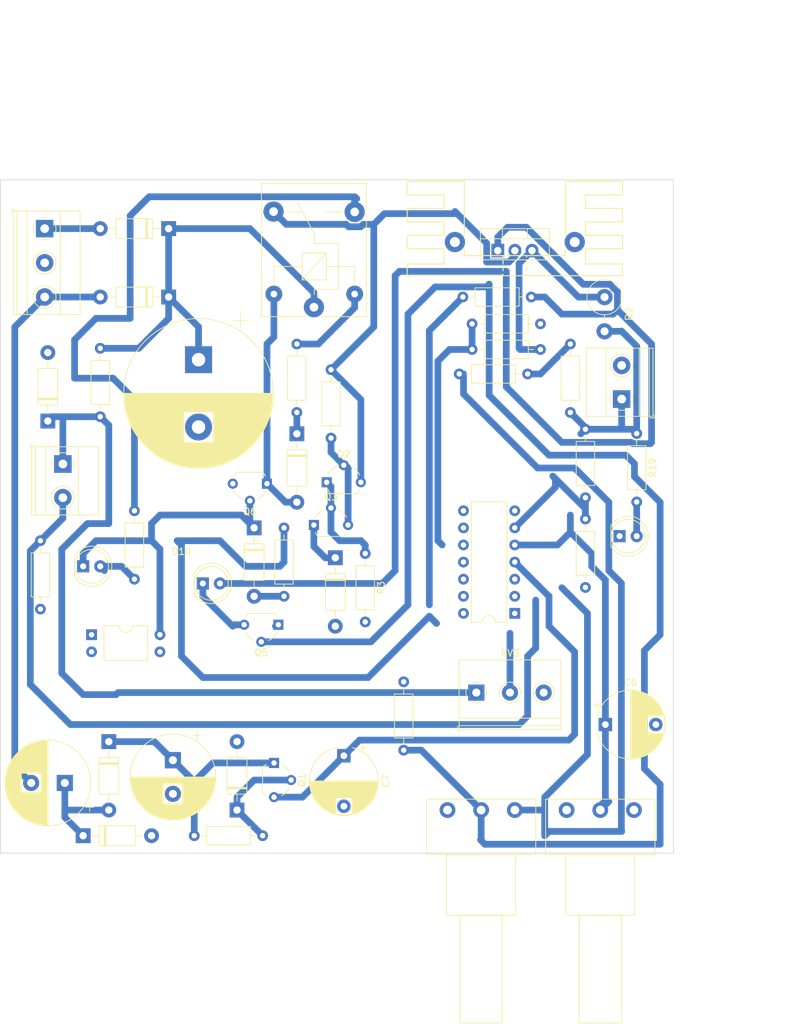
<source format=kicad_pcb>
(kicad_pcb (version 20221018) (generator pcbnew)
  (layers (0 "F.Cu" signal) (31 "B.Cu" signal) (34 "B.Paste" user) (35 "F.Paste" user) (36 "B.SilkS" user "B.Silkscreen") (37 "F.SilkS" user "F.Silkscreen") (38 "B.Mask" user) (39 "F.Mask" user) (44 "Edge.Cuts" user))
  (net 0 "")
  (net 1 "V_ret")
  (net 2 "GND")
  (net 3 "Net-(D3-A)")
  (net 4 "V_in")
  (net 5 "Net-(D3-K)")
  (net 6 "VCC")
  (net 7 "Net-(D1-A)")
  (net 8 "Net-(D5-K)")
  (net 9 "Net-(D6-K)")
  (net 10 "Net-(D7-K)")
  (net 11 "Net-(D7-A)")
  (net 12 "Net-(D8-A)")
  (net 13 "Net-(D9-K)")
  (net 14 "Net-(Q2-C)")
  (net 15 "Net-(Q2-B)")
  (net 16 "Net-(Q2-E)")
  (net 17 "Net-(Q4-S)")
  (net 18 "Net-(Q5-G)")
  (net 19 "Net-(J3-Pin_1)")
  (net 20 "Net-(U1A-+)")
  (net 21 "Net-(U1A--)")
  (net 22 "V_ref")
  (net 23 "Net-(R11-Pad1)")
  (net 24 "Net-(R9-Pad2)")
  (net 25 "Net-(D11-K)")
  (net 26 "Net-(U1B--)")
  (net 27 "Net-(U1C--)")
  (net 28 "Net-(D10-A)")
  (net 29 "Net-(D10-K)")
  (net 30 "Net-(D12-A)")
  (net 31 "NO")
  (net 32 "Net-(J4-Pin_2)")
  (net 33 "Net-(K1-Pad2)")
  (net 34 "Net-(R16-Pad1)")
  (net 35 "Net-(D11-A)")
  (net 38 "Net-(U1D--)")
  (footprint "Capacitor_THT:CP_Radial_D10.0mm_P7.50mm" (layer "F.Cu") (at 66.04 93.537323 -90)
    (fp_text reference "C7" (at 3.75 -6.25 90) (layer "F.SilkS"))
    (fp_text value "100n")
    (pad "1" thru_hole rect (at 0 0 270) (size 2 2) (drill 1) (layers "*.Cu" "*.Mask") (net 6 "VCC"))
    (pad "2" thru_hole circle (at 7.5 0 270) (size 2 2) (drill 1) (layers "*.Cu" "*.Mask") (net 2 "GND"))
  )
  (footprint "Diode_THT:D_DO-41_SOD81_P10.16mm_Horizontal" (layer "F.Cu") (at 40.005 25.4 180)
    (fp_text reference "D2" hide)
    (fp_text value "1N4007" hide)
    (pad "1" thru_hole rect (at 0 0 180) (size 2.2 2.2) (drill 1.1) (layers "*.Cu" "*.Mask") (net 1 "V_ret"))
    (pad "2" thru_hole oval (at 10.16 0 180) (size 2.2 2.2) (drill 1.1) (layers "*.Cu" "*.Mask") (net 4 "V_in"))
  )
  (footprint "Package_TO_SOT_THT:TO-92L_Wide" (layer "F.Cu") (at 56.31 74.08 180)
    (fp_text reference "Q5" (at 2.55 -4.15) (layer "F.SilkS"))
    (fp_text value "2N7000")
    (pad "1" thru_hole rect (at 0 0 180) (size 1.5 1.5) (drill 0.8) (layers "*.Cu" "*.Mask") (net 2 "GND"))
    (pad "2" thru_hole circle (at 2.54 -2.54 180) (size 1.5 1.5) (drill 0.8) (layers "*.Cu" "*.Mask") (net 18 "Net-(Q5-G)"))
    (pad "3" thru_hole circle (at 5.08 0 180) (size 1.5 1.5) (drill 0.8) (layers "*.Cu" "*.Mask") (net 29 "Net-(D10-K)"))
  )
  (footprint "Diode_THT:D_DO-41_SOD81_P10.16mm_Horizontal" (layer "F.Cu") (at 31.115 91.44 -90)
    (fp_text reference "D3" hide)
    (fp_text value "1N4007" hide)
    (pad "1" thru_hole rect (at 0 0 270) (size 2.2 2.2) (drill 1.1) (layers "*.Cu" "*.Mask") (net 5 "Net-(D3-K)"))
    (pad "2" thru_hole oval (at 10.16 0 270) (size 2.2 2.2) (drill 1.1) (layers "*.Cu" "*.Mask") (net 3 "Net-(D3-A)"))
  )
  (footprint "Resistor_THT:R_Axial_DIN0207_L6.3mm_D2.5mm_P10.16mm_Horizontal" (layer "F.Cu") (at 43.815 105.41)
    (fp_text reference "R1" hide)
    (fp_text value "1k")
    (pad "1" thru_hole circle (at 0 0) (size 1.6 1.6) (drill 0.8) (layers "*.Cu" "*.Mask") (net 5 "Net-(D3-K)"))
    (pad "2" thru_hole oval (at 10.16 0) (size 1.6 1.6) (drill 0.8) (layers "*.Cu" "*.Mask") (net 8 "Net-(D5-K)"))
  )
  (footprint "Resistor_THT:R_Axial_DIN0207_L6.3mm_D2.5mm_P10.16mm_Horizontal" (layer "F.Cu") (at 59.055 42.545 90)
    (fp_text reference "R17" hide)
    (fp_text value "R" hide)
    (pad "1" thru_hole circle (at 0 0 90) (size 1.6 1.6) (drill 0.8) (layers "*.Cu" "*.Mask") (net 10 "Net-(D7-K)"))
    (pad "2" thru_hole oval (at 10.16 0 90) (size 1.6 1.6) (drill 0.8) (layers "*.Cu" "*.Mask") (net 33 "Net-(K1-Pad2)"))
  )
  (footprint "Package_TO_SOT_THT:TO-92L_Wide" (layer "F.Cu") (at 61.585 59.27)
    (fp_text reference "Q3" (at 2.55 -4.15) (layer "F.SilkS"))
    (fp_text value "BC556")
    (pad "1" thru_hole rect (at 0 0) (size 1.5 1.5) (drill 0.8) (layers "*.Cu" "*.Mask") (net 9 "Net-(D6-K)"))
    (pad "2" thru_hole circle (at 2.54 -2.54) (size 1.5 1.5) (drill 0.8) (layers "*.Cu" "*.Mask") (net 14 "Net-(Q2-C)"))
    (pad "3" thru_hole circle (at 5.08 0) (size 1.5 1.5) (drill 0.8) (layers "*.Cu" "*.Mask") (net 15 "Net-(Q2-B)"))
  )
  (footprint "Resistor_THT:R_Axial_DIN0207_L6.3mm_D2.5mm_P10.16mm_Horizontal" (layer "F.Cu") (at 109.55 45.68 -90)
    (fp_text reference "R19" (at 5.08 -2.37 90) (layer "F.SilkS"))
    (fp_text value "R" hide)
    (pad "1" thru_hole circle (at 0 0 270) (size 1.6 1.6) (drill 0.8) (layers "*.Cu" "*.Mask") (net 19 "Net-(J3-Pin_1)"))
    (pad "2" thru_hole oval (at 10.16 0 270) (size 1.6 1.6) (drill 0.8) (layers "*.Cu" "*.Mask") (net 30 "Net-(D12-A)"))
  )
  (footprint "Resistor_THT:R_Axial_DIN0207_L6.3mm_D2.5mm_P10.16mm_Horizontal" (layer "F.Cu") (at 99.695 42.545 90)
    (fp_text reference "R7" hide)
    (fp_text value "R" hide)
    (pad "1" thru_hole circle (at 0 0 90) (size 1.6 1.6) (drill 0.8) (layers "*.Cu" "*.Mask") (net 19 "Net-(J3-Pin_1)"))
    (pad "2" thru_hole oval (at 10.16 0 90) (size 1.6 1.6) (drill 0.8) (layers "*.Cu" "*.Mask") (net 21 "Net-(U1A--)"))
  )
  (footprint "Potentiometer_THT:Potentiometer_Piher_PC-16_Single_Horizontal" (layer "F.Cu") (at 99.14 101.6 -90)
    (fp_text reference "RV1" hide)
    (fp_text value "R_Potentiometer" hide)
    (pad "1" thru_hole circle (at 0 0 270) (size 2.34 2.34) (drill 1.3) (layers "*.Cu" "*.Mask") (net 9 "Net-(D6-K)"))
    (pad "2" thru_hole circle (at 0 -5 270) (size 2.34 2.34) (drill 1.3) (layers "*.Cu" "*.Mask") (net 22 "V_ref"))
    (pad "3" thru_hole circle (at 0 -10 270) (size 2.34 2.34) (drill 1.3) (layers "*.Cu" "*.Mask") (net 2 "GND"))
  )
  (footprint "Capacitor_THT:CP_Radial_D12.5mm_P5.00mm" (layer "F.Cu") (at 40.64 94.196041 -90)
    (fp_text reference "C3" hide)
    (fp_text value "330u" hide)
    (pad "1" thru_hole rect (at 0 0 270) (size 2.4 2.4) (drill 1.2) (layers "*.Cu" "*.Mask") (net 5 "Net-(D3-K)"))
    (pad "2" thru_hole circle (at 5 0 270) (size 2.4 2.4) (drill 1.2) (layers "*.Cu" "*.Mask") (net 2 "GND"))
  )
  (footprint "Resistor_THT:R_Axial_DIN0207_L6.3mm_D2.5mm_P10.16mm_Horizontal" (layer "F.Cu") (at 57.15 59.69 -90)
    (fp_text reference "R16" hide)
    (fp_text value "R" hide)
    (pad "1" thru_hole circle (at 0 0 270) (size 1.6 1.6) (drill 0.8) (layers "*.Cu" "*.Mask") (net 34 "Net-(R16-Pad1)"))
    (pad "2" thru_hole oval (at 10.16 0 270) (size 1.6 1.6) (drill 0.8) (layers "*.Cu" "*.Mask") (net 12 "Net-(D8-A)"))
  )
  (footprint "Package_DIP:DIP-14_W7.62mm" (layer "F.Cu") (at 91.43 72.39 180)
    (fp_text reference "U1" hide)
    (fp_text value "LM324" hide)
    (pad "1" thru_hole rect (at 0 0 180) (size 1.6 1.6) (drill 0.8) (layers "*.Cu" "*.Mask") (net 24 "Net-(R9-Pad2)"))
    (pad "2" thru_hole oval (at 0 2.54 180) (size 1.6 1.6) (drill 0.8) (layers "*.Cu" "*.Mask") (net 21 "Net-(U1A--)"))
    (pad "3" thru_hole oval (at 0 5.08 180) (size 1.6 1.6) (drill 0.8) (layers "*.Cu" "*.Mask") (net 20 "Net-(U1A-+)"))
    (pad "4" thru_hole oval (at 0 7.62 180) (size 1.6 1.6) (drill 0.8) (layers "*.Cu" "*.Mask") (net 6 "VCC"))
    (pad "5" thru_hole oval (at 0 10.16 180) (size 1.6 1.6) (drill 0.8) (layers "*.Cu" "*.Mask") (net 22 "V_ref"))
    (pad "6" thru_hole oval (at 0 12.7 180) (size 1.6 1.6) (drill 0.8) (layers "*.Cu" "*.Mask") (net 26 "Net-(U1B--)"))
    (pad "7" thru_hole oval (at 0 15.24 180) (size 1.6 1.6) (drill 0.8) (layers "*.Cu" "*.Mask") (net 23 "Net-(R11-Pad1)"))
    (pad "8" thru_hole oval (at 7.62 15.24 180) (size 1.6 1.6) (drill 0.8) (layers "*.Cu" "*.Mask") (net 34 "Net-(R16-Pad1)"))
    (pad "9" thru_hole oval (at 7.62 12.7 180) (size 1.6 1.6) (drill 0.8) (layers "*.Cu" "*.Mask") (net 27 "Net-(U1C--)"))
    (pad "10" thru_hole oval (at 7.62 10.16 180) (size 1.6 1.6) (drill 0.8) (layers "*.Cu" "*.Mask") (net 32 "Net-(J4-Pin_2)"))
    (pad "11" thru_hole oval (at 7.62 7.62 180) (size 1.6 1.6) (drill 0.8) (layers "*.Cu" "*.Mask") (net 2 "GND"))
    (pad "12" thru_hole oval (at 7.62 5.08 180) (size 1.6 1.6) (drill 0.8) (layers "*.Cu" "*.Mask") (net 2 "GND"))
    (pad "13" thru_hole oval (at 7.62 2.54 180) (size 1.6 1.6) (drill 0.8) (layers "*.Cu" "*.Mask") (net 38 "Net-(U1D--)"))
    (pad "14" thru_hole oval (at 7.62 0 180) (size 1.6 1.6) (drill 0.8) (layers "*.Cu" "*.Mask") (net 38 "Net-(U1D--)"))
  )
  (footprint "Resistor_THT:R_Axial_DIN0516_L15.5mm_D5.0mm_P5.08mm_Vertical" (layer "F.Cu") (at 104.775 25.415 -90)
    (fp_text reference "R2" (at 2.54 -3.62 90) (layer "F.SilkS"))
    (fp_text value "R_Small" hide)
    (pad "1" thru_hole circle (at 0 0 270) (size 2.4 2.4) (drill 1.2) (layers "*.Cu" "*.Mask") (net 17 "Net-(Q4-S)"))
    (pad "2" thru_hole oval (at 5.08 0 270) (size 2.4 2.4) (drill 1.2) (layers "*.Cu" "*.Mask") (net 19 "Net-(J3-Pin_1)"))
  )
  (footprint "Resistor_THT:R_Axial_DIN0207_L6.3mm_D2.5mm_P10.16mm_Horizontal" (layer "F.Cu") (at 34.925 57.15 -90)
    (fp_text reference "R4" hide)
    (fp_text value "R" hide)
    (pad "1" thru_hole circle (at 0 0 270) (size 1.6 1.6) (drill 0.8) (layers "*.Cu" "*.Mask") (net 31 "NO"))
    (pad "2" thru_hole oval (at 10.16 0 270) (size 1.6 1.6) (drill 0.8) (layers "*.Cu" "*.Mask") (net 35 "Net-(D11-A)"))
  )
  (footprint "Resistor_THT:R_Axial_DIN0207_L6.3mm_D2.5mm_P10.16mm_Horizontal" (layer "F.Cu") (at 74.93 92.71 90)
    (fp_text reference "R10" hide)
    (fp_text value "R" hide)
    (pad "1" thru_hole circle (at 0 0 90) (size 1.6 1.6) (drill 0.8) (layers "*.Cu" "*.Mask") (net 18 "Net-(Q5-G)"))
    (pad "2" thru_hole oval (at 10.16 0 90) (size 1.6 1.6) (drill 0.8) (layers "*.Cu" "*.Mask") (net 2 "GND"))
  )
  (footprint "TerminalBlock_Phoenix:TerminalBlock_Phoenix_MKDS-1,5-2_1x02_P5.00mm_Horizontal" (layer "F.Cu") (at 24.29 50.205 -90)
    (fp_text reference "J4" hide)
    (fp_text value "Screw_Terminal_01x02" hide)
    (pad "1" thru_hole rect (at 0 0 270) (size 2.6 2.6) (drill 1.3) (layers "*.Cu" "*.Mask") (net 13 "Net-(D9-K)"))
    (pad "2" thru_hole circle (at 5 0 270) (size 2.6 2.6) (drill 1.3) (layers "*.Cu" "*.Mask") (net 32 "Net-(J4-Pin_2)"))
  )
  (footprint "Diode_THT:D_DO-41_SOD81_P10.16mm_Horizontal" (layer "F.Cu") (at 22.055 43.815 90)
    (fp_text reference "D9" hide)
    (fp_text value "1N53xxB" hide)
    (pad "1" thru_hole rect (at 0 0 90) (size 2.2 2.2) (drill 1.1) (layers "*.Cu" "*.Mask") (net 13 "Net-(D9-K)"))
    (pad "2" thru_hole oval (at 10.16 0 90) (size 2.2 2.2) (drill 1.1) (layers "*.Cu" "*.Mask") (net 2 "GND"))
  )
  (footprint "Resistor_THT:R_Axial_DIN0207_L6.3mm_D2.5mm_P10.16mm_Horizontal" (layer "F.Cu") (at 20.955 61.595 -90)
    (fp_text reference "R13" hide)
    (fp_text value "R" hide)
    (pad "1" thru_hole circle (at 0 0 270) (size 1.6 1.6) (drill 0.8) (layers "*.Cu" "*.Mask") (net 32 "Net-(J4-Pin_2)"))
    (pad "2" thru_hole oval (at 10.16 0 270) (size 1.6 1.6) (drill 0.8) (layers "*.Cu" "*.Mask") (net 2 "GND"))
  )
  (footprint "Capacitor_THT:CP_Radial_D22.0mm_P10.00mm_SnapIn" (layer "F.Cu") (at 44.45 34.712169 -90)
    (fp_text reference "C1" hide)
    (fp_text value "C_Polarized" hide)
    (pad "1" thru_hole rect (at 0 0 270) (size 4 4) (drill 2) (layers "*.Cu" "*.Mask") (net 1 "V_ret"))
    (pad "2" thru_hole circle (at 10 0 270) (size 4 4) (drill 2) (layers "*.Cu" "*.Mask") (net 2 "GND"))
  )
  (footprint "Capacitor_THT:CP_Radial_D12.5mm_P5.00mm" (layer "F.Cu") (at 24.5825 97.5725 180)
    (fp_text reference "C2" hide)
    (fp_text value "330u" hide)
    (pad "1" thru_hole rect (at 0 0 180) (size 2.4 2.4) (drill 1.2) (layers "*.Cu" "*.Mask") (net 3 "Net-(D3-A)"))
    (pad "2" thru_hole circle (at 5 0 180) (size 2.4 2.4) (drill 1.2) (layers "*.Cu" "*.Mask") (net 4 "V_in"))
  )
  (footprint "Diode_THT:D_DO-41_SOD81_P10.16mm_Horizontal" (layer "F.Cu") (at 59.055 45.72 -90)
    (fp_text reference "D7" hide)
    (fp_text value "1N4007" hide)
    (pad "1" thru_hole rect (at 0 0 270) (size 2.2 2.2) (drill 1.1) (layers "*.Cu" "*.Mask") (net 10 "Net-(D7-K)"))
    (pad "2" thru_hole oval (at 10.16 0 270) (size 2.2 2.2) (drill 1.1) (layers "*.Cu" "*.Mask") (net 11 "Net-(D7-A)"))
  )
  (footprint "Resistor_THT:R_Axial_DIN0207_L6.3mm_D2.5mm_P10.16mm_Horizontal" (layer "F.Cu") (at 69.215 63.5 -90)
    (fp_text reference "R3" (at 5.08 -2.37 90) (layer "F.SilkS"))
    (fp_text value "R")
    (pad "1" thru_hole circle (at 0 0 270) (size 1.6 1.6) (drill 0.8) (layers "*.Cu" "*.Mask") (net 14 "Net-(Q2-C)"))
    (pad "2" thru_hole oval (at 10.16 0 270) (size 1.6 1.6) (drill 0.8) (layers "*.Cu" "*.Mask") (net 2 "GND"))
  )
  (footprint "Diode_THT:D_DO-41_SOD81_P10.16mm_Horizontal" (layer "F.Cu") (at 64.77 64.135 -90)
    (fp_text reference "D6" hide)
    (fp_text value "1N53xxB" hide)
    (pad "1" thru_hole rect (at 0 0 270) (size 2.2 2.2) (drill 1.1) (layers "*.Cu" "*.Mask") (net 9 "Net-(D6-K)"))
    (pad "2" thru_hole oval (at 10.16 0 270) (size 2.2 2.2) (drill 1.1) (layers "*.Cu" "*.Mask") (net 2 "GND"))
  )
  (footprint "Resistor_THT:R_Axial_DIN0207_L6.3mm_D2.5mm_P10.16mm_Horizontal" (layer "F.Cu") (at 101.93 45.045 -90)
    (fp_text reference "R12" hide)
    (fp_text value "R" hide)
    (pad "1" thru_hole circle (at 0 0 270) (size 1.6 1.6) (drill 0.8) (layers "*.Cu" "*.Mask") (net 19 "Net-(J3-Pin_1)"))
    (pad "2" thru_hole oval (at 10.16 0 270) (size 1.6 1.6) (drill 0.8) (layers "*.Cu" "*.Mask") (net 26 "Net-(U1B--)"))
  )
  (footprint "LED_THT:LED_D5.0mm" (layer "F.Cu") (at 27.305 65.405)
    (fp_text reference "D11" hide)
    (fp_text value "LED")
    (pad "1" thru_hole rect (at 0 0) (size 1.8 1.8) (drill 0.9) (layers "*.Cu" "*.Mask") (net 25 "Net-(D11-K)"))
    (pad "2" thru_hole circle (at 2.54 0) (size 1.8 1.8) (drill 0.9) (layers "*.Cu" "*.Mask") (net 35 "Net-(D11-A)"))
  )
  (footprint "Resistor_THT:R_Axial_DIN0207_L6.3mm_D2.5mm_P10.16mm_Horizontal" (layer "F.Cu") (at 83.725 25.4)
    (fp_text reference "R11" hide)
    (fp_text value "R" hide)
    (pad "1" thru_hole circle (at 0 0) (size 1.6 1.6) (drill 0.8) (layers "*.Cu" "*.Mask") (net 23 "Net-(R11-Pad1)"))
    (pad "2" thru_hole oval (at 10.16 0) (size 1.6 1.6) (drill 0.8) (layers "*.Cu" "*.Mask") (net 28 "Net-(D10-A)"))
  )
  (footprint "TerminalBlock_Phoenix:TerminalBlock_Phoenix_MKDS-1,5-3-5.08_1x03_P5.08mm_Horizontal" (layer "F.Cu") (at 21.59 15.24 -90)
    (fp_text reference "J1" hide)
    (fp_text value "Screw_Terminal_01x03" hide)
    (pad "1" thru_hole rect (at 0 0 270) (size 2.6 2.6) (drill 1.3) (layers "*.Cu" "*.Mask") (net 7 "Net-(D1-A)"))
    (pad "2" thru_hole circle (at 5.08 0 270) (size 2.6 2.6) (drill 1.3) (layers "*.Cu" "*.Mask") (net 2 "GND"))
    (pad "3" thru_hole circle (at 10.16 0 270) (size 2.6 2.6) (drill 1.3) (layers "*.Cu" "*.Mask") (net 4 "V_in"))
  )
  (footprint "Package_DIP:DIP-4_W10.16mm" (layer "F.Cu") (at 28.555 75.56)
    (fp_text reference "J2" hide)
    (fp_text value "Conn_02x02_Top_Bottom")
    (pad "1" thru_hole rect (at 0 0) (size 1.6 1.6) (drill 0.8) (layers "*.Cu" "*.Mask"))
    (pad "2" thru_hole oval (at 0 2.54) (size 1.6 1.6) (drill 0.8) (layers "*.Cu" "*.Mask") (net 2 "GND"))
    (pad "3" thru_hole oval (at 10.16 2.54) (size 1.6 1.6) (drill 0.8) (layers "*.Cu" "*.Mask"))
    (pad "4" thru_hole oval (at 10.16 0) (size 1.6 1.6) (drill 0.8) (layers "*.Cu" "*.Mask") (net 25 "Net-(D11-K)"))
  )
  (footprint "Diode_THT:D_DO-41_SOD81_P10.16mm_Horizontal" (layer "F.Cu") (at 52.705 59.69 -90)
    (fp_text reference "D8" hide)
    (fp_text value "1N4007" hide)
    (pad "1" thru_hole rect (at 0 0 270) (size 2.2 2.2) (drill 1.1) (layers "*.Cu" "*.Mask") (net 25 "Net-(D11-K)"))
    (pad "2" thru_hole oval (at 10.16 0 270) (size 2.2 2.2) (drill 1.1) (layers "*.Cu" "*.Mask") (net 12 "Net-(D8-A)"))
  )
  (footprint "LED_THT:LED_D5.0mm" (layer "F.Cu") (at 45.085 67.945)
    (fp_text reference "D10" (at -3.175 -4.745) (layer "F.SilkS"))
    (fp_text value "LED" hide)
    (pad "1" thru_hole rect (at 0 0) (size 1.8 1.8) (drill 0.9) (layers "*.Cu" "*.Mask") (net 29 "Net-(D10-K)"))
    (pad "2" thru_hole circle (at 2.54 0) (size 1.8 1.8) (drill 0.9) (layers "*.Cu" "*.Mask") (net 28 "Net-(D10-A)"))
  )
  (footprint "Resistor_THT:R_Axial_DIN0207_L6.3mm_D2.5mm_P10.16mm_Horizontal" (layer "F.Cu") (at 85.09 29.385)
    (fp_text reference "R8" hide)
    (fp_text value "R" hide)
    (pad "1" thru_hole circle (at 0 0) (size 1.6 1.6) (drill 0.8) (layers "*.Cu" "*.Mask") (net 20 "Net-(U1A-+)"))
    (pad "2" thru_hole oval (at 10.16 0) (size 1.6 1.6) (drill 0.8) (layers "*.Cu" "*.Mask") (net 2 "GND"))
  )
  (footprint "Package_TO_SOT_THT:TO-220-3_Vertical" (layer "F.Cu") (at 88.91 18.51)
    (fp_text reference "Q4" hide)
    (fp_text value "IRF540N" hide)
    (pad "1" thru_hole rect (at 0 0) (size 1.905 2) (drill 1.1) (layers "*.Cu" "*.Mask") (net 28 "Net-(D10-A)"))
    (pad "2" thru_hole oval (at 2.54 0) (size 1.905 2) (drill 1.1) (layers "*.Cu" "*.Mask") (net 16 "Net-(Q2-E)"))
    (pad "3" thru_hole oval (at 5.08 0) (size 1.905 2) (drill 1.1) (layers "*.Cu" "*.Mask") (net 17 "Net-(Q4-S)"))
  )
  (footprint "Resistor_THT:R_Axial_DIN0207_L6.3mm_D2.5mm_P10.16mm_Horizontal" (layer "F.Cu") (at 64.135 36.195 -90)
    (fp_text reference "R5" hide)
    (fp_text value "R" hide)
    (pad "1" thru_hole circle (at 0 0 270) (size 1.6 1.6) (drill 0.8) (layers "*.Cu" "*.Mask") (net 16 "Net-(Q2-E)"))
    (pad "2" thru_hole oval (at 10.16 0 270) (size 1.6 1.6) (drill 0.8) (layers "*.Cu" "*.Mask") (net 15 "Net-(Q2-B)"))
  )
  (footprint "LED_THT:LED_D5.0mm" (layer "F.Cu") (at 107.01 60.92)
    (fp_text reference "D12" hide)
    (fp_text value "LED" hide)
    (pad "1" thru_hole rect (at 0 0) (size 1.8 1.8) (drill 0.9) (layers "*.Cu" "*.Mask") (net 2 "GND"))
    (pad "2" thru_hole circle (at 2.54 0) (size 1.8 1.8) (drill 0.9) (layers "*.Cu" "*.Mask") (net 30 "Net-(D12-A)"))
  )
  (footprint "Package_TO_SOT_THT:TO-92L_Wide" (layer "F.Cu") (at 63.49 52.92)
    (fp_text reference "Q2" (at 2.55 -4.15) (layer "F.SilkS"))
    (fp_text value "BC556")
    (pad "1" thru_hole rect (at 0 0) (size 1.5 1.5) (drill 0.8) (layers "*.Cu" "*.Mask") (net 14 "Net-(Q2-C)"))
    (pad "2" thru_hole circle (at 2.54 -2.54) (size 1.5 1.5) (drill 0.8) (layers "*.Cu" "*.Mask") (net 15 "Net-(Q2-B)"))
    (pad "3" thru_hole circle (at 5.08 0) (size 1.5 1.5) (drill 0.8) (layers "*.Cu" "*.Mask") (net 16 "Net-(Q2-E)"))
  )
  (footprint "Resistor_THT:R_Axial_DIN0207_L6.3mm_D2.5mm_P10.16mm_Horizontal" (layer "F.Cu") (at 29.845 33.02 -90)
    (fp_text reference "R18" hide)
    (fp_text value "R" hide)
    (pad "1" thru_hole circle (at 0 0 270) (size 1.6 1.6) (drill 0.8) (layers "*.Cu" "*.Mask") (net 1 "V_ret"))
    (pad "2" thru_hole oval (at 10.16 0 270) (size 1.6 1.6) (drill 0.8) (layers "*.Cu" "*.Mask") (net 13 "Net-(D9-K)"))
  )
  (footprint "Diode_THT:D_DO-41_SOD81_P10.16mm_Horizontal" (layer "F.Cu") (at 40.005 15.24 180)
    (fp_text reference "D1" hide)
    (fp_text value "1N4007" hide)
    (pad "1" thru_hole rect (at 0 0 180) (size 2.2 2.2) (drill 1.1) (layers "*.Cu" "*.Mask") (net 1 "V_ret"))
    (pad "2" thru_hole oval (at 10.16 0 180) (size 2.2 2.2) (drill 1.1) (layers "*.Cu" "*.Mask") (net 7 "Net-(D1-A)"))
  )
  (footprint "Capacitor_THT:CP_Radial_D10.0mm_P7.50mm" (layer "F.Cu") (at 104.895 88.9)
    (fp_text reference "C6" (at 3.75 -6.25) (layer "F.SilkS"))
    (fp_text value "10u")
    (pad "1" thru_hole rect (at 0 0) (size 2 2) (drill 1) (layers "*.Cu" "*.Mask") (net 22 "V_ref"))
    (pad "2" thru_hole circle (at 7.5 0) (size 2 2) (drill 1) (layers "*.Cu" "*.Mask") (net 2 "GND"))
  )
  (footprint "Resistor_THT:R_Axial_DIN0207_L6.3mm_D2.5mm_P10.16mm_Horizontal" (layer "F.Cu") (at 101.93 58.38 -90)
    (fp_text reference "R20" hide)
    (fp_text value "R" hide)
    (pad "1" thru_hole circle (at 0 0 270) (size 1.6 1.6) (drill 0.8) (layers "*.Cu" "*.Mask") (net 26 "Net-(U1B--)"))
    (pad "2" thru_hole oval (at 10.16 0 270) (size 1.6 1.6) (drill 0.8) (layers "*.Cu" "*.Mask") (net 2 "GND"))
  )
  (footprint "TerminalBlock_Phoenix:TerminalBlock_Phoenix_MKDS-1,5-2_1x02_P5.00mm_Horizontal" (layer "F.Cu") (at 107.315 40.56 90)
    (fp_text reference "J3" hide)
    (fp_text value "Screw_Terminal_01x02")
    (pad "1" thru_hole rect (at 0 0 90) (size 2.6 2.6) (drill 1.3) (layers "*.Cu" "*.Mask") (net 19 "Net-(J3-Pin_1)"))
    (pad "2" thru_hole circle (at 5 0 90) (size 2.6 2.6) (drill 1.3) (layers "*.Cu" "*.Mask") (net 2 "GND"))
  )
  (footprint "Package_TO_SOT_THT:TO-92L_Wide" (layer "F.Cu") (at 55.665 94.605 -90)
    (fp_text reference "Q1" (at 2.55 -4.15 -90) (layer "F.SilkS"))
    (fp_text value "BC547")
    (pad "1" thru_hole rect (at 0 0 270) (size 1.5 1.5) (drill 0.8) (layers "*.Cu" "*.Mask") (net 5 "Net-(D3-K)"))
    (pad "2" thru_hole circle (at 2.54 -2.54 270) (size 1.5 1.5) (drill 0.8) (layers "*.Cu" "*.Mask") (net 8 "Net-(D5-K)"))
    (pad "3" thru_hole circle (at 5.08 0 270) (size 1.5 1.5) (drill 0.8) (layers "*.Cu" "*.Mask") (net 6 "VCC"))
  )
  (footprint "Package_TO_SOT_THT:TO-92L_Wide" (layer "F.Cu") (at 54.62 53.125 180)
    (fp_text reference "Q6" (at 2.55 -4.15) (layer "F.SilkS"))
    (fp_text value "BC547")
    (pad "1" thru_hole rect (at 0 0 180) (size 1.5 1.5) (drill 0.8) (layers "*.Cu" "*.Mask") (net 11 "Net-(D7-A)"))
    (pad "2" thru_hole circle (at 2.54 -2.54 180) (size 1.5 1.5) (drill 0.8) (layers "*.Cu" "*.Mask") (net 25 "Net-(D11-K)"))
    (pad "3" thru_hole circle (at 5.08 0 180) (size 1.5 1.5) (drill 0.8) (layers "*.Cu" "*.Mask") (net 2 "GND"))
  )
  (footprint "TerminalBlock_Philmore:TerminalBlock_Philmore_TB133_1x03_P5.00mm_Horizontal" (layer "F.Cu") (at 85.725 84.155)
    (fp_text reference "RV3" (at 5 -5.86) (layer "F.SilkS"))
    (fp_text value "R_Potentiometer")
    (pad "1" thru_hole rect (at 0 0) (size 2.4 2.4) (drill 1.2) (layers "*.Cu" "*.Mask") (net 13 "Net-(D9-K)"))
    (pad "2" thru_hole circle (at 5 0) (size 2.4 2.4) (drill 1.2) (layers "*.Cu" "*.Mask") (net 27 "Net-(U1C--)"))
    (pad "3" thru_hole circle (at 10 0) (size 2.4 2.4) (drill 1.2) (layers "*.Cu" "*.Mask") (net 2 "GND"))
  )
  (footprint "Diode_THT:D_DO-41_SOD81_P10.16mm_Horizontal" (layer "F.Cu") (at 27.305 105.41)
    (fp_text reference "D4" hide)
    (fp_text value "1N4007" hide)
    (pad "1" thru_hole rect (at 0 0) (size 2.2 2.2) (drill 1.1) (layers "*.Cu" "*.Mask") (net 3 "Net-(D3-A)"))
    (pad "2" thru_hole oval (at 10.16 0) (size 2.2 2.2) (drill 1.1) (layers "*.Cu" "*.Mask") (net 2 "GND"))
  )
  (footprint "Heatsink:Heatsink_Stonecold_HS-132_32x14mm_2xFixation1.5mm" (layer "F.Cu") (at 91.44 17.24 180)
    (fp_text reference "HS1" hide)
    (fp_text value "Heatsink")
    (pad "1" thru_hole circle (at -8.9 0 180) (size 3 3) (drill 1.5) (layers "*.Cu" "*.Mask"))
    (pad "1" thru_hole circle (at 8.9 0 180) (size 3 3) (drill 1.5) (layers "*.Cu" "*.Mask"))
  )
  (footprint "Resistor_THT:R_Axial_DIN0207_L6.3mm_D2.5mm_P10.16mm_Horizontal" (layer "F.Cu") (at 93.345 36.83 180)
    (fp_text reference "R9" hide)
    (fp_text value "R" hide)
    (pad "1" thru_hole circle (at 0 0 180) (size 1.6 1.6) (drill 0.8) (layers "*.Cu" "*.Mask") (net 21 "Net-(U1A--)"))
    (pad "2" thru_hole oval (at 10.16 0 180) (size 1.6 1.6) (drill 0.8) (layers "*.Cu" "*.Mask") (net 24 "Net-(R9-Pad2)"))
  )
  (footprint "Resistor_THT:R_Axial_DIN0207_L6.3mm_D2.5mm_P10.16mm_Horizontal" (layer "F.Cu") (at 95.25 33.195 180)
    (fp_text reference "R6" hide)
    (fp_text value "R" hide)
    (pad "1" thru_hole circle (at 0 0 180) (size 1.6 1.6) (drill 0.8) (layers "*.Cu" "*.Mask") (net 17 "Net-(Q4-S)"))
    (pad "2" thru_hole oval (at 10.16 0 180) (size 1.6 1.6) (drill 0.8) (layers "*.Cu" "*.Mask") (net 20 "Net-(U1A-+)"))
  )
  (footprint "Relay_THT:Relay_SPDT_SANYOU_SRD_Series_Form_C" (layer "F.Cu") (at 61.595 26.915 90)
    (fp_text reference "K1" hide)
    (fp_text value "SANYOU_SRD_Form_C" hide)
    (pad "1" thru_hole circle (at 0 0 180) (size 3 3) (drill 1.3) (layers "*.Cu" "*.Mask") (net 1 "V_ret"))
    (pad "2" thru_hole circle (at 1.95 6.05 180) (size 2.5 2.5) (drill 1) (layers "*.Cu" "*.Mask") (net 33 "Net-(K1-Pad2)"))
    (pad "3" thru_hole circle (at 14.15 6.05 180) (size 3 3) (drill 1.3) (layers "*.Cu" "*.Mask") (net 31 "NO"))
    (pad "4" thru_hole circle (at 14.2 -6 180) (size 3 3) (drill 1.3) (layers "*.Cu" "*.Mask") (net 16 "Net-(Q2-E)"))
    (pad "5" thru_hole circle (at 1.95 -5.95 180) (size 2.5 2.5) (drill 1) (layers "*.Cu" "*.Mask") (net 11 "Net-(D7-A)"))
  )
  (footprint "Diode_THT:D_DO-41_SOD81_P10.16mm_Horizontal" (layer "F.Cu") (at 50.165 101.6 90)
    (fp_text reference "D5" hide)
    (fp_text value "D_Zener" hide)
    (pad "1" thru_hole rect (at 0 0 90) (size 2.2 2.2) (drill 1.1) (layers "*.Cu" "*.Mask") (net 8 "Net-(D5-K)"))
    (pad "2" thru_hole oval (at 10.16 0 90) (size 2.2 2.2) (drill 1.1) (layers "*.Cu" "*.Mask") (net 2 "GND"))
  )
  (footprint "Potentiometer_THT:Potentiometer_Piher_PC-16_Single_Horizontal" (layer "F.Cu") (at 81.44 101.6 -90)
    (fp_text reference "RV2" hide)
    (fp_text value "R_Potentiometer")
    (pad "1" thru_hole circle (at 0 0 270) (size 2.34 2.34) (drill 1.3) (layers "*.Cu" "*.Mask") (net 2 "GND"))
    (pad "2" thru_hole circle (at 0 -5 270) (size 2.34 2.34) (drill 1.3) (layers "*.Cu" "*.Mask") (net 18 "Net-(Q5-G)"))
    (pad "3" thru_hole circle (at 0 -10 270) (size 2.34 2.34) (drill 1.3) (layers "*.Cu" "*.Mask") (net 24 "Net-(R9-Pad2)"))
  )
  (gr_line (start 115 8) (end 15 8) (stroke (width 0.1)) (layer "Edge.Cuts"))
  (gr_line (start 15 8) (end 15 108) (stroke (width 0.1)) (layer "Edge.Cuts"))
  (gr_line (start 115 108) (end 115 8) (stroke (width 0.1)) (layer "Edge.Cuts"))
  (gr_line (start 115 108) (end 15 108) (stroke (width 0.1)) (layer "Edge.Cuts"))
  (segment (start 44.45 34.712169) (end 44.45 29.845) (width 1) (layer "B.Cu") (net 1))
  (segment (start 44.45 29.845) (end 40.005 25.4) (width 1) (layer "B.Cu") (net 1))
  (segment (start 52.07 15.24) (end 61.595 24.765) (width 1) (layer "B.Cu") (net 1))
  (segment (start 40.005 25.4) (end 40.005 28.575) (width 1) (layer "B.Cu") (net 1))
  (segment (start 40.005 15.24) (end 40.005 25.4) (width 1) (layer "B.Cu") (net 1))
  (segment (start 40.005 15.24) (end 52.07 15.24) (width 1) (layer "B.Cu") (net 1))
  (segment (start 35.56 33.02) (end 29.845 33.02) (width 1) (layer "B.Cu") (net 1))
  (segment (start 61.595 24.765) (end 61.595 26.915) (width 1) (layer "B.Cu") (net 1))
  (segment (start 40.005 28.575) (end 35.56 33.02) (width 1) (layer "B.Cu") (net 1))
  (segment (start 56.31 74.08) (end 56.095 74.08) (width 1) (layer "B.Cu") (net 2))
  (segment (start 56.095 74.08) (end 55.88 74.295) (width 1) (layer "B.Cu") (net 2))
  (segment (start 31.115 101.6) (end 24.5825 101.6) (width 1) (layer "B.Cu") (net 3))
  (segment (start 24.5825 102.6875) (end 27.305 105.41) (width 1) (layer "B.Cu") (net 3))
  (segment (start 24.5825 97.5725) (end 24.5825 101.6) (width 1) (layer "B.Cu") (net 3))
  (segment (start 24.5825 101.6) (end 24.5825 102.6875) (width 1) (layer "B.Cu") (net 3))
  (segment (start 17.145 29.845) (end 21.59 25.4) (width 1) (layer "B.Cu") (net 4))
  (segment (start 19.5825 97.5725) (end 17.145 95.135) (width 1) (layer "B.Cu") (net 4))
  (segment (start 29.845 25.4) (end 21.59 25.4) (width 1) (layer "B.Cu") (net 4))
  (segment (start 17.145 95.135) (end 17.145 29.845) (width 1) (layer "B.Cu") (net 4))
  (segment (start 21.595 25.405) (end 21.59 25.4) (width 1) (layer "B.Cu") (net 4))
  (segment (start 46.581041 94.605) (end 43.815 97.371041) (width 1) (layer "B.Cu") (net 5))
  (segment (start 43.815 97.371041) (end 40.64 94.196041) (width 1) (layer "B.Cu") (net 5))
  (segment (start 37.883959 91.44) (end 40.64 94.196041) (width 1) (layer "B.Cu") (net 5))
  (segment (start 43.815 105.41) (end 43.815 97.371041) (width 1) (layer "B.Cu") (net 5))
  (segment (start 31.115 91.44) (end 37.883959 91.44) (width 1) (layer "B.Cu") (net 5))
  (segment (start 55.665 94.605) (end 46.581041 94.605) (width 1) (layer "B.Cu") (net 5))
  (segment (start 96.52 74.295) (end 96.52 69.85) (width 1) (layer "B.Cu") (net 6))
  (segment (start 66.04 93.537323) (end 68.367323 91.21) (width 1) (layer "B.Cu") (net 6))
  (segment (start 96.51 69.85) (end 96.52 69.85) (width 1) (layer "B.Cu") (net 6))
  (segment (start 91.43 64.77) (end 96.51 69.85) (width 1) (layer "B.Cu") (net 6))
  (segment (start 100.33 90.345) (end 100.33 78.105) (width 1) (layer "B.Cu") (net 6))
  (segment (start 100.33 78.105) (end 96.52 74.295) (width 1) (layer "B.Cu") (net 6))
  (segment (start 99.465 91.21) (end 100.33 90.345) (width 1) (layer "B.Cu") (net 6))
  (segment (start 59.892323 99.685) (end 66.04 93.537323) (width 1) (layer "B.Cu") (net 6))
  (segment (start 68.367323 91.21) (end 99.465 91.21) (width 1) (layer "B.Cu") (net 6))
  (segment (start 55.665 99.685) (end 59.892323 99.685) (width 1) (layer "B.Cu") (net 6))
  (segment (start 21.59 15.24) (end 29.845 15.24) (width 1) (layer "B.Cu") (net 7))
  (segment (start 52.715 97.145) (end 50.165 99.695) (width 1) (layer "B.Cu") (net 8))
  (segment (start 50.165 101.6) (end 53.975 105.41) (width 1) (layer "B.Cu") (net 8))
  (segment (start 58.205 97.145) (end 52.715 97.145) (width 1) (layer "B.Cu") (net 8))
  (segment (start 50.165 99.695) (end 50.165 101.6) (width 1) (layer "B.Cu") (net 8))
  (segment (start 99.14 101.045) (end 99.06 100.965) (width 1) (layer "B.Cu") (net 9))
  (segment (start 61.585 62.445) (end 61.585 59.27) (width 1) (layer "B.Cu") (net 9))
  (segment (start 61.8 62.66) (end 61.585 62.445) (width 1) (layer "B.Cu") (net 9))
  (segment (start 99.14 101.6) (end 99.14 101.045) (width 1) (layer "B.Cu") (net 9))
  (segment (start 63.275 64.135) (end 61.8 62.66) (width 1) (layer "B.Cu") (net 9))
  (segment (start 64.77 64.135) (end 63.275 64.135) (width 1) (layer "B.Cu") (net 9))
  (segment (start 59.055 45.72) (end 59.055 42.545) (width 1) (layer "B.Cu") (net 10))
  (segment (start 54.62 32.375) (end 54.62 53.125) (width 1) (layer "B.Cu") (net 11))
  (segment (start 59.055 55.88) (end 57.375 55.88) (width 1) (layer "B.Cu") (net 11))
  (segment (start 55.645 24.965) (end 55.645 31.35) (width 1) (layer "B.Cu") (net 11))
  (segment (start 57.375 55.88) (end 54.62 53.125) (width 1) (layer "B.Cu") (net 11))
  (segment (start 55.645 31.35) (end 54.62 32.375) (width 1) (layer "B.Cu") (net 11))
  (segment (start 52.705 69.85) (end 57.15 69.85) (width 1) (layer "B.Cu") (net 12))
  (segment (start 24.29 50.205) (end 24.29 43.485) (width 1) (layer "B.Cu") (net 13))
  (segment (start 22.69 43.18) (end 22.055 43.815) (width 1) (layer "B.Cu") (net 13))
  (segment (start 29.845 43.18) (end 31.115 44.45) (width 1) (layer "B.Cu") (net 13))
  (segment (start 24.595 43.18) (end 29.845 43.18) (width 1) (layer "B.Cu") (net 13))
  (segment (start 27.305 84.455) (end 32.188679 84.455) (width 1) (layer "B.Cu") (net 13))
  (segment (start 24.13 81.28) (end 27.305 84.455) (width 1) (layer "B.Cu") (net 13))
  (segment (start 31.115 44.45) (end 31.115 59.055) (width 1) (layer "B.Cu") (net 13))
  (segment (start 32.488679 84.155) (end 85.725 84.155) (width 1) (layer "B.Cu") (net 13))
  (segment (start 24.595 43.18) (end 22.69 43.18) (width 1) (layer "B.Cu") (net 13))
  (segment (start 31.115 59.055) (end 27.94 59.055) (width 1) (layer "B.Cu") (net 13))
  (segment (start 27.94 59.055) (end 24.13 62.865) (width 1) (layer "B.Cu") (net 13))
  (segment (start 24.29 43.485) (end 24.595 43.18) (width 1) (layer "B.Cu") (net 13))
  (segment (start 32.188679 84.455) (end 32.488679 84.155) (width 1) (layer "B.Cu") (net 13))
  (segment (start 24.13 62.865) (end 24.13 81.28) (width 1) (layer "B.Cu") (net 13))
  (segment (start 68.58 61.595) (end 69.215 62.23) (width 1) (layer "B.Cu") (net 14))
  (segment (start 64.125 56.73) (end 64.125 53.555) (width 1) (layer "B.Cu") (net 14))
  (segment (start 64.125 60.315) (end 65.405 61.595) (width 1) (layer "B.Cu") (net 14))
  (segment (start 64.125 56.73) (end 64.125 60.315) (width 1) (layer "B.Cu") (net 14))
  (segment (start 69.215 62.23) (end 69.215 63.5) (width 1) (layer "B.Cu") (net 14))
  (segment (start 65.405 61.595) (end 68.58 61.595) (width 1) (layer "B.Cu") (net 14))
  (segment (start 64.125 53.555) (end 63.49 52.92) (width 1) (layer "B.Cu") (net 14))
  (segment (start 64.135 46.355) (end 64.135 48.485) (width 1) (layer "B.Cu") (net 15))
  (segment (start 66.675 59.26) (end 66.675 50.8) (width 1) (layer "B.Cu") (net 15))
  (segment (start 66.675 50.8) (end 66.255 50.38) (width 1) (layer "B.Cu") (net 15))
  (segment (start 66.665 59.27) (end 66.675 59.26) (width 1) (layer "B.Cu") (net 15))
  (segment (start 64.135 48.485) (end 66.03 50.38) (width 1) (layer "B.Cu") (net 15))
  (segment (start 66.255 50.38) (end 66.03 50.38) (width 1) (layer "B.Cu") (net 15))
  (segment (start 55.595 12.715) (end 57.485 14.605) (width 1) (layer "B.Cu") (net 16))
  (segment (start 87.2575 17.4075) (end 87.2575 20.21) (width 1) (layer "B.Cu") (net 16))
  (segment (start 66.37373 14.605) (end 66.73373 14.965) (width 1) (layer "B.Cu") (net 16))
  (segment (start 82.8675 13.0175) (end 87.2575 17.4075) (width 1) (layer "B.Cu") (net 16))
  (segment (start 68.91627 14.605) (end 70.485 14.605) (width 1) (layer "B.Cu") (net 16))
  (segment (start 91.45 19.3225) (end 91.45 18.51) (width 1) (layer "B.Cu") (net 16))
  (segment (start 70.485 14.605) (end 70.485 29.845) (width 1) (layer "B.Cu") (net 16))
  (segment (start 68.57 40.63) (end 64.135 36.195) (width 1) (layer "B.Cu") (net 16))
  (segment (start 90.5625 20.21) (end 91.45 19.3225) (width 1) (layer "B.Cu") (net 16))
  (segment (start 87.2575 20.21) (end 90.5625 20.21) (width 1) (layer "B.Cu") (net 16))
  (segment (start 72.0725 13.0175) (end 70.485 14.605) (width 1) (layer "B.Cu") (net 16))
  (segment (start 57.485 14.605) (end 66.37373 14.605) (width 1) (layer "B.Cu") (net 16))
  (segment (start 70.485 29.845) (end 64.135 36.195) (width 1) (layer "B.Cu") (net 16))
  (segment (start 82.55 12.7) (end 82.8675 13.0175) (width 1) (layer "B.Cu") (net 16))
  (segment (start 68.55627 14.965) (end 68.91627 14.605) (width 1) (layer "B.Cu") (net 16))
  (segment (start 66.73373 14.965) (end 68.55627 14.965) (width 1) (layer "B.Cu") (net 16))
  (segment (start 68.57 52.92) (end 68.57 40.63) (width 1) (layer "B.Cu") (net 16))
  (segment (start 82.8675 13.0175) (end 72.0725 13.0175) (width 1) (layer "B.Cu") (net 16))
  (segment (start 93.99 18.51) (end 92.075 20.425) (width 1) (layer "B.Cu") (net 17))
  (segment (start 92.075 33.02) (end 92.25 33.195) (width 1) (layer "B.Cu") (net 17))
  (segment (start 100.895 25.415) (end 93.99 18.51) (width 1) (layer "B.Cu") (net 17))
  (segment (start 104.775 25.415) (end 100.895 25.415) (width 1) (layer "B.Cu") (net 17))
  (segment (start 92.25 33.195) (end 95.25 33.195) (width 1) (layer "B.Cu") (net 17))
  (segment (start 94.2975 18.8175) (end 93.99 18.51) (width 1) (layer "B.Cu") (net 17))
  (segment (start 92.075 20.425) (end 92.075 33.02) (width 1) (layer "B.Cu") (net 17))
  (segment (start 109.22 50.165) (end 109.22 52.07) (width 1) (layer "B.Cu") (net 18))
  (segment (start 75.565 71.12) (end 75.565 27.94) (width 1) (layer "B.Cu") (net 18))
  (segment (start 86.995 106.68) (end 86.36 106.045) (width 1) (layer "B.Cu") (net 18))
  (segment (start 86.36 106.045) (end 86.44 105.965) (width 1) (layer "B.Cu") (net 18))
  (segment (start 86.44 105.965) (end 86.44 101.6) (width 1) (layer "B.Cu") (net 18))
  (segment (start 86.44 101.6) (end 77.55 92.71) (width 1) (layer "B.Cu") (net 18))
  (segment (start 53.77 76.62) (end 70.065 76.62) (width 1) (layer "B.Cu") (net 18))
  (segment (start 113.03 97.79) (end 113.03 106.68) (width 1) (layer "B.Cu") (net 18))
  (segment (start 87.63 40.005) (end 96.52 48.895) (width 1) (layer "B.Cu") (net 18))
  (segment (start 109.22 52.07) (end 113.03 55.88) (width 1) (layer "B.Cu") (net 18))
  (segment (start 96.52 48.895) (end 107.95 48.895) (width 1) (layer "B.Cu") (net 18))
  (segment (start 79.605 23.9) (end 87.225 23.9) (width 1) (layer "B.Cu") (net 18))
  (segment (start 87.225 23.9) (end 87.63 23.495) (width 1) (layer "B.Cu") (net 18))
  (segment (start 107.95 48.895) (end 109.22 50.165) (width 1) (layer "B.Cu") (net 18))
  (segment (start 70.065 76.62) (end 75.565 71.12) (width 1) (layer "B.Cu") (net 18))
  (segment (start 75.565 27.94) (end 79.605 23.9) (width 1) (layer "B.Cu") (net 18))
  (segment (start 113.03 55.88) (end 113.03 75.565) (width 1) (layer "B.Cu") (net 18))
  (segment (start 110.695 77.9) (end 110.695 95.455) (width 1) (layer "B.Cu") (net 18))
  (segment (start 113.03 75.565) (end 110.695 77.9) (width 1) (layer "B.Cu") (net 18))
  (segment (start 110.695 95.455) (end 113.03 97.79) (width 1) (layer "B.Cu") (net 18))
  (segment (start 87.63 23.495) (end 87.63 40.005) (width 1) (layer "B.Cu") (net 18))
  (segment (start 77.55 92.71) (end 74.93 92.71) (width 1) (layer "B.Cu") (net 18))
  (segment (start 113.03 106.68) (end 86.995 106.68) (width 1) (layer "B.Cu") (net 18))
  (segment (start 107.315 30.48) (end 107.3 30.495) (width 1) (layer "B.Cu") (net 19))
  (segment (start 107.3 30.495) (end 104.775 30.495) (width 1) (layer "B.Cu") (net 19))
  (segment (start 101.93 45.045) (end 103.2 45.045) (width 1) (layer "B.Cu") (net 19))
  (segment (start 109.55 32.715) (end 107.315 30.48) (width 1) (layer "B.Cu") (net 19))
  (segment (start 101.255 45.72) (end 101.93 45.045) (width 1) (layer "B.Cu") (net 19))
  (segment (start 108.915 45.045) (end 109.55 45.68) (width 1) (layer "B.Cu") (net 19))
  (segment (start 107.315 40.56) (end 107.315 44.74) (width 1) (layer "B.Cu") (net 19))
  (segment (start 109.55 45.68) (end 109.55 32.715) (width 1) (layer "B.Cu") (net 19))
  (segment (start 107.315 44.74) (end 107.01 45.045) (width 1) (layer "B.Cu") (net 19))
  (segment (start 103.2 45.045) (end 107.01 45.045) (width 1) (layer "B.Cu") (net 19))
  (segment (start 101.93 44.78) (end 99.695 42.545) (width 1) (layer "B.Cu") (net 19))
  (segment (start 107.01 45.045) (end 108.915 45.045) (width 1) (layer "B.Cu") (net 19))
  (segment (start 101.93 45.045) (end 101.93 44.78) (width 1) (layer "B.Cu") (net 19))
  (segment (start 80.01 34.925) (end 80.01 61.595) (width 1) (layer "B.Cu") (net 20))
  (segment (start 80.01 61.595) (end 80.645 62.23) (width 1) (layer "B.Cu") (net 20))
  (segment (start 85.09 33.195) (end 81.74 33.195) (width 1) (layer "B.Cu") (net 20))
  (segment (start 85.09 33.195) (end 85.09 29.385) (width 1) (layer "B.Cu") (net 20))
  (segment (start 81.74 33.195) (end 80.01 34.925) (width 1) (layer "B.Cu") (net 20))
  (segment (start 93.345 36.83) (end 95.25 36.83) (width 1) (layer "B.Cu") (net 21))
  (segment (start 95.25 36.83) (end 99.695 32.385) (width 1) (layer "B.Cu") (net 21))
  (segment (start 104.14 101.6) (end 105.41 100.33) (width 1) (layer "B.Cu") (net 22))
  (segment (start 91.43 62.23) (end 97.79 62.23) (width 1) (layer "B.Cu") (net 22))
  (segment (start 104.895 67.43) (end 102.87 65.405) (width 1) (layer "B.Cu") (net 22))
  (segment (start 103.505 101.6) (end 104.895 100.21) (width 1) (layer "B.Cu") (net 22))
  (segment (start 104.14 101.6) (end 103.505 101.6) (width 1) (layer "B.Cu") (net 22))
  (segment (start 99.695 60.325) (end 99.695 57.785) (width 1) (layer "B.Cu") (net 22))
  (segment (start 97.79 62.23) (end 99.695 60.325) (width 1) (layer "B.Cu") (net 22))
  (segment (start 102.87 65.405) (end 102.87 63.5) (width 1) (layer "B.Cu") (net 22))
  (segment (start 104.895 100.21) (end 104.895 88.9) (width 1) (layer "B.Cu") (net 22))
  (segment (start 104.895 88.9) (end 104.895 67.43) (width 1) (layer "B.Cu") (net 22))
  (segment (start 102.87 63.5) (end 99.695 60.325) (width 1) (layer "B.Cu") (net 22))
  (segment (start 83.725 25.4) (end 78.74 30.385) (width 1) (layer "B.Cu") (net 23))
  (segment (start 78.74 30.385) (end 78.74 71.12) (width 1) (layer "B.Cu") (net 23))
  (segment (start 105.41 55.88) (end 105.41 66.04) (width 1) (layer "B.Cu") (net 24))
  (segment (start 107.315 104.775) (end 96.52 104.775) (width 1) (layer "B.Cu") (net 24))
  (segment (start 102.235 72.39) (end 98.425 68.58) (width 1) (layer "B.Cu") (net 24))
  (segment (start 95.885 99.695) (end 102.235 93.345) (width 1) (layer "B.Cu") (net 24))
  (segment (start 107.27 104.73) (end 107.315 104.775) (width 1) (layer "B.Cu") (net 24))
  (segment (start 94.822944 50.8) (end 100.33 50.8) (width 1) (layer "B.Cu") (net 24))
  (segment (start 95.885 104.775) (end 95.885 99.695) (width 1) (layer "B.Cu") (net 24))
  (segment (start 83.185 36.83) (end 83.82 36.83) (width 1) (layer "B.Cu") (net 24))
  (segment (start 105.41 66.04) (end 107.27 67.9) (width 1) (layer "B.Cu") (net 24))
  (segment (start 95.885 105.41) (end 95.885 104.775) (width 1) (layer "B.Cu") (net 24))
  (segment (start 102.235 93.345) (end 102.235 72.39) (width 1) (layer "B.Cu") (net 24))
  (segment (start 107.27 67.9) (end 107.27 104.73) (width 1) (layer "B.Cu") (net 24))
  (segment (start 100.33 50.8) (end 105.41 55.88) (width 1) (layer "B.Cu") (net 24))
  (segment (start 91.44 101.6) (end 95.885 101.6) (width 1) (layer "B.Cu") (net 24))
  (segment (start 96.52 104.775) (end 95.885 105.41) (width 1) (layer "B.Cu") (net 24))
  (segment (start 83.82 39.797056) (end 94.822944 50.8) (width 1) (layer "B.Cu") (net 24))
  (segment (start 83.82 36.83) (end 83.82 39.797056) (width 1) (layer "B.Cu") (net 24))
  (segment (start 95.885 101.6) (end 95.885 104.775) (width 1) (layer "B.Cu") (net 24))
  (segment (start 37.465 59.055) (end 38.735 57.785) (width 1) (layer "B.Cu") (net 25))
  (segment (start 38.715 75.56) (end 38.715 62.845) (width 1) (layer "B.Cu") (net 25))
  (segment (start 29.21 61.595) (end 37.465 61.595) (width 1) (layer "B.Cu") (net 25))
  (segment (start 52.08 59.065) (end 52.705 59.69) (width 1) (layer "B.Cu") (net 25))
  (segment (start 27.305 65.405) (end 27.305 63.5) (width 1) (layer "B.Cu") (net 25))
  (segment (start 38.735 57.785) (end 50.8 57.785) (width 1) (layer "B.Cu") (net 25))
  (segment (start 37.465 61.595) (end 38.1 62.23) (width 1) (layer "B.Cu") (net 25))
  (segment (start 50.8 57.785) (end 52.705 59.69) (width 1) (layer "B.Cu") (net 25))
  (segment (start 38.715 62.845) (end 38.1 62.23) (width 1) (layer "B.Cu") (net 25))
  (segment (start 27.305 63.5) (end 29.21 61.595) (width 1) (layer "B.Cu") (net 25))
  (segment (start 37.465 61.595) (end 37.465 59.055) (width 1) (layer "B.Cu") (net 25))
  (segment (start 52.08 55.665) (end 52.08 59.065) (width 1) (layer "B.Cu") (net 25))
  (segment (start 101.93 55.205) (end 101.93 58.38) (width 1) (layer "B.Cu") (net 26))
  (segment (start 101.93 58.38) (end 101.93 56.845) (width 1) (layer "B.Cu") (net 26))
  (segment (start 97.4725 52.3875) (end 97.4725 53.6475) (width 1) (layer "B.Cu") (net 26))
  (segment (start 97.4725 53.6475) (end 91.43 59.69) (width 1) (layer "B.Cu") (net 26))
  (segment (start 97.4725 52.3875) (end 97.085 52) (width 1) (layer "B.Cu") (net 26))
  (segment (start 101.93 56.845) (end 97.4725 52.3875) (width 1) (layer "B.Cu") (net 26))
  (segment (start 97.4725 52.3875) (end 97.135 52.05) (width 1) (layer "B.Cu") (net 26))
  (segment (start 90.725 84.155) (end 90.725 75.355) (width 1) (layer "B.Cu") (net 27))
  (segment (start 90.17 21.59) (end 90.17 38.735) (width 1) (layer "B.Cu") (net 28))
  (segment (start 90.17 38.735) (end 98.425 46.99) (width 1) (layer "B.Cu") (net 28))
  (segment (start 108.738679 46.99) (end 108.928679 47.18) (width 1) (layer "B.Cu") (net 28))
  (segment (start 111.57 47.18) (end 111.76 46.99) (width 1) (layer "B.Cu") (net 28))
  (segment (start 98.425 46.99) (end 108.738679 46.99) (width 1) (layer "B.Cu") (net 28))
  (segment (start 106.68 27.305) (end 106.045 27.94) (width 1) (layer "B.Cu") (net 28))
  (segment (start 106.68 24.632994) (end 106.68 27.305) (width 1) (layer "B.Cu") (net 28))
  (segment (start 111.76 32.385) (end 106.68 27.305) (width 1) (layer "B.Cu") (net 28))
  (segment (start 74.295 21.59) (end 90.17 21.59) (width 1) (layer "B.Cu") (net 28))
  (segment (start 47.625 67.945) (end 71.755 67.945) (width 1) (layer "B.Cu") (net 28))
  (segment (start 98.425 27.94) (end 95.885 25.4) (width 1) (layer "B.Cu") (net 28))
  (segment (start 106.045 27.94) (end 98.425 27.94) (width 1) (layer "B.Cu") (net 28))
  (segment (start 93.145 15.04) (end 101.62 23.515) (width 1) (layer "B.Cu") (net 28))
  (segment (start 88.91 18.51) (end 88.91 16.5) (width 1) (layer "B.Cu") (net 28))
  (segment (start 73.66 66.04) (end 73.66 22.225) (width 1) (layer "B.Cu") (net 28))
  (segment (start 111.76 46.99) (end 111.76 32.385) (width 1) (layer "B.Cu") (net 28))
  (segment (start 73.66 22.225) (end 74.295 21.59) (width 1) (layer "B.Cu") (net 28))
  (segment (start 88.91 16.5) (end 90.37 15.04) (width 1) (layer "B.Cu") (net 28))
  (segment (start 90.37 15.04) (end 93.145 15.04) (width 1) (layer "B.Cu") (net 28))
  (segment (start 71.755 67.945) (end 73.66 66.04) (width 1) (layer "B.Cu") (net 28))
  (segment (start 101.62 23.515) (end 105.562006 23.515) (width 1) (layer "B.Cu") (net 28))
  (segment (start 95.885 25.4) (end 93.885 25.4) (width 1) (layer "B.Cu") (net 28))
  (segment (start 105.562006 23.515) (end 106.68 24.632994) (width 1) (layer "B.Cu") (net 28))
  (segment (start 108.928679 47.18) (end 111.57 47.18) (width 1) (layer "B.Cu") (net 28))
  (segment (start 49.745 74.08) (end 51.23 74.08) (width 1) (layer "B.Cu") (net 29))
  (segment (start 49.53 74.295) (end 49.745 74.08) (width 1) (layer "B.Cu") (net 29))
  (segment (start 45.085 69.85) (end 49.53 74.295) (width 1) (layer "B.Cu") (net 29))
  (segment (start 45.085 67.945) (end 45.085 69.85) (width 1) (layer "B.Cu") (net 29))
  (segment (start 109.55 55.84) (end 109.55 60.92) (width 1) (layer "B.Cu") (net 30))
  (segment (start 34.925 57.15) (end 34.925 40.64) (width 1) (layer "B.Cu") (net 31))
  (segment (start 34.925 40.64) (end 31.75 37.465) (width 1) (layer "B.Cu") (net 31))
  (segment (start 67.645 11.095) (end 67.645 12.765) (width 1) (layer "B.Cu") (net 31))
  (segment (start 31.75 37.465) (end 26.035 37.465) (width 1) (layer "B.Cu") (net 31))
  (segment (start 67.945 10.795) (end 67.645 11.095) (width 1) (layer "B.Cu") (net 31))
  (segment (start 29.21 28.575) (end 34.29 28.575) (width 1) (layer "B.Cu") (net 31))
  (segment (start 26.035 31.75) (end 29.21 28.575) (width 1) (layer "B.Cu") (net 31))
  (segment (start 34.29 13.335) (end 37.11 10.515) (width 1) (layer "B.Cu") (net 31))
  (segment (start 26.035 37.465) (end 26.035 31.75) (width 1) (layer "B.Cu") (net 31))
  (segment (start 37.11 10.515) (end 67.665 10.515) (width 1) (layer "B.Cu") (net 31))
  (segment (start 67.665 10.515) (end 67.945 10.795) (width 1) (layer "B.Cu") (net 31))
  (segment (start 34.29 28.575) (end 34.29 13.335) (width 1) (layer "B.Cu") (net 31))
  (segment (start 24.29 58.26) (end 20.955 61.595) (width 1) (layer "B.Cu") (net 32))
  (segment (start 94.545 77.54) (end 94.545 70.415) (width 1) (layer "B.Cu") (net 32))
  (segment (start 24.29 55.205) (end 24.29 58.26) (width 1) (layer "B.Cu") (net 32))
  (segment (start 93.345 78.74) (end 94.545 77.54) (width 1) (layer "B.Cu") (net 32))
  (segment (start 20.955 61.595) (end 19.455 63.095) (width 1) (layer "B.Cu") (net 32))
  (segment (start 25.4 88.9) (end 92.075 88.9) (width 1) (layer "B.Cu") (net 32))
  (segment (start 19.455 63.095) (end 19.455 82.955) (width 1) (layer "B.Cu") (net 32))
  (segment (start 92.075 88.9) (end 93.345 87.63) (width 1) (layer "B.Cu") (net 32))
  (segment (start 93.345 87.63) (end 93.345 78.74) (width 1) (layer "B.Cu") (net 32))
  (segment (start 19.455 82.955) (end 25.4 88.9) (width 1) (layer "B.Cu") (net 32))
  (segment (start 67.645 24.965) (end 67.645 26.97) (width 1) (layer "B.Cu") (net 33))
  (segment (start 67.645 26.97) (end 62.23 32.385) (width 1) (layer "B.Cu") (net 33))
  (segment (start 62.23 32.385) (end 59.055 32.385) (width 1) (layer "B.Cu") (net 33))
  (segment (start 45.085 81.915) (end 41.91 78.74) (width 1) (layer "B.Cu") (net 34))
  (segment (start 41.91 78.74) (end 41.91 62.23) (width 1) (layer "B.Cu") (net 34))
  (segment (start 69.642056 81.915) (end 45.085 81.915) (width 1) (layer "B.Cu") (net 34))
  (segment (start 47.625 61.595) (end 51.435 65.405) (width 1) (layer "B.Cu") (net 34))
  (segment (start 78.74 72.817056) (end 69.642056 81.915) (width 1) (layer "B.Cu") (net 34))
  (segment (start 51.435 65.405) (end 56.515 65.405) (width 1) (layer "B.Cu") (net 34))
  (segment (start 56.515 65.405) (end 57.15 64.77) (width 1) (layer "B.Cu") (net 34))
  (segment (start 41.91 62.23) (end 41.275 61.595) (width 1) (layer "B.Cu") (net 34))
  (segment (start 78.74 72.817056) (end 79.812944 73.89) (width 1) (layer "B.Cu") (net 34))
  (segment (start 57.15 64.77) (end 57.15 59.69) (width 1) (layer "B.Cu") (net 34))
  (segment (start 41.275 61.595) (end 47.625 61.595) (width 1) (layer "B.Cu") (net 34))
  (segment (start 33.02 65.405) (end 34.925 67.31) (width 1) (layer "B.Cu") (net 35))
  (segment (start 29.845 65.405) (end 33.02 65.405) (width 1) (layer "B.Cu") (net 35))
  (segment (start 30.48 66.04) (end 29.845 65.405) (width 1) (layer "B.Cu") (net 35))
)
</source>
